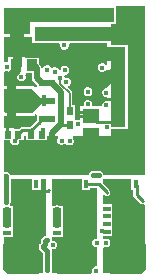
<source format=gtl>
G04*
G04 #@! TF.GenerationSoftware,Altium Limited,Altium Designer,24.4.1 (13)*
G04*
G04 Layer_Physical_Order=1*
G04 Layer_Color=255*
%FSLAX44Y44*%
%MOMM*%
G71*
G04*
G04 #@! TF.SameCoordinates,620EA0B3-285C-493C-A982-72F243028F5E*
G04*
G04*
G04 #@! TF.FilePolarity,Positive*
G04*
G01*
G75*
%ADD11C,0.1270*%
%ADD13C,0.2540*%
%ADD15R,2.3000X2.3000*%
%ADD16R,0.6000X0.7500*%
%ADD17R,0.9000X1.0000*%
%ADD18R,1.3000X1.4000*%
%ADD19R,0.6000X0.6400*%
%ADD20R,1.4000X0.5700*%
%ADD21R,1.0000X1.0000*%
%ADD22R,3.0000X2.5000*%
%ADD23R,0.8000X0.3400*%
%ADD24R,0.6600X0.4200*%
%ADD25R,1.4000X1.3000*%
%ADD26R,0.3400X0.8000*%
%ADD27R,0.4200X0.6600*%
%AMCUSTOMSHAPE41*
4,1,5,1.5000,-1.2500,1.5000,1.2500,-1.5000,1.2500,-1.5000,-0.9000,-1.1500,-1.2500,1.5000,-1.2500,0.0*%
%ADD41CUSTOMSHAPE41*%

%AMCUSTOMSHAPE42*
4,1,5,-1.5000,-1.2500,-1.5000,1.2500,1.5000,1.2500,1.5000,-0.9000,1.1500,-1.2500,-1.5000,-1.2500,0.0*%
%ADD42CUSTOMSHAPE42*%

%ADD43C,0.4500*%
%ADD44C,1.2000*%
%ADD45C,0.8000*%
%ADD46C,0.5000*%
%ADD47C,0.6500*%
%ADD48C,0.4500*%
G36*
X-24000Y-62150D02*
Y-66350D01*
Y-68650D01*
Y-72850D01*
Y-75150D01*
Y-79350D01*
Y-81650D01*
Y-85850D01*
Y-85855D01*
X-24094Y-85894D01*
X-24463Y-85968D01*
X-24776Y-86177D01*
X-25124Y-86321D01*
X-25390Y-86587D01*
X-25704Y-86796D01*
X-27235Y-88328D01*
X-28063Y-89568D01*
X-28355Y-91031D01*
Y-91967D01*
X-29183Y-92796D01*
X-29393Y-93110D01*
X-29659Y-93376D01*
X-29803Y-93724D01*
X-30012Y-94037D01*
X-30086Y-94406D01*
X-30230Y-94754D01*
Y-95131D01*
X-30303Y-95500D01*
X-30230Y-95869D01*
Y-96246D01*
X-30086Y-96594D01*
X-30012Y-96963D01*
X-29803Y-97276D01*
X-29659Y-97624D01*
X-29393Y-97890D01*
X-29183Y-98204D01*
X-26823Y-100564D01*
Y-109000D01*
Y-115000D01*
X-26750Y-115369D01*
Y-115746D01*
X-26606Y-116094D01*
X-26532Y-116463D01*
X-26380Y-116691D01*
X-26447Y-116993D01*
X-26893Y-117771D01*
X-27102Y-117961D01*
X-57077D01*
X-59961Y-115077D01*
Y-87350D01*
X-57808D01*
X-57446Y-87500D01*
X-55954D01*
X-55592Y-87350D01*
X-51900D01*
Y-76186D01*
X-51857Y-75969D01*
Y-65583D01*
X-51900Y-65367D01*
Y-60650D01*
X-53878D01*
X-53908Y-60624D01*
X-54252Y-60058D01*
X-54508Y-59380D01*
X-54427Y-59185D01*
X-54218Y-58872D01*
X-54144Y-58503D01*
X-54000Y-58155D01*
Y-57778D01*
X-53927Y-57409D01*
Y-38000D01*
X-35850D01*
Y-47500D01*
X-28650D01*
Y-38000D01*
X-24000D01*
Y-62150D01*
D02*
G37*
G36*
X48150Y-47500D02*
X49748D01*
Y-51577D01*
X49748Y-51577D01*
X49963Y-52658D01*
X50575Y-53574D01*
X55753Y-58752D01*
X56669Y-59364D01*
X57750Y-59579D01*
X58691Y-59392D01*
X58970Y-59459D01*
X59961Y-60136D01*
Y-61150D01*
X60000D01*
Y-65350D01*
X59961D01*
Y-67650D01*
X60000D01*
Y-71850D01*
X59961D01*
Y-74150D01*
X60000D01*
Y-78350D01*
X59961D01*
Y-80650D01*
X60000D01*
Y-84850D01*
X59961D01*
Y-115077D01*
X57077Y-117961D01*
X24000D01*
Y-96666D01*
X25270Y-95818D01*
X25806Y-96040D01*
X27298D01*
X28677Y-95469D01*
X29731Y-94414D01*
X30302Y-93036D01*
Y-91544D01*
X29731Y-90166D01*
X28677Y-89111D01*
X27298Y-88540D01*
X25806D01*
X25270Y-88762D01*
X24000Y-87914D01*
Y-86350D01*
X32100D01*
Y-79850D01*
Y-73350D01*
Y-66850D01*
Y-59650D01*
X24000D01*
Y-51817D01*
X25270Y-51432D01*
X25492Y-51764D01*
X26408Y-52376D01*
X27489Y-52591D01*
X28570Y-52376D01*
X29486Y-51764D01*
X30098Y-50847D01*
X30313Y-49767D01*
Y-49236D01*
X30313Y-49236D01*
X30098Y-48155D01*
X29486Y-47239D01*
X29486Y-47239D01*
X24000Y-41753D01*
Y-38000D01*
X48150D01*
Y-47500D01*
D02*
G37*
G36*
X6150D02*
X13350D01*
Y-45599D01*
X19000D01*
Y-88540D01*
X18254D01*
X16876Y-89111D01*
X15821Y-90166D01*
X15250Y-91544D01*
Y-93036D01*
X15821Y-94414D01*
X16876Y-95469D01*
X18254Y-96040D01*
X19000D01*
Y-112000D01*
X17774D01*
X16396Y-112571D01*
X15341Y-113626D01*
X14770Y-115004D01*
Y-116496D01*
X14851Y-116691D01*
X14002Y-117961D01*
X-19000D01*
Y-97770D01*
X-17774D01*
X-16396Y-97199D01*
X-15341Y-96144D01*
X-14770Y-94766D01*
Y-93274D01*
X-15341Y-91896D01*
X-16396Y-90841D01*
X-17774Y-90270D01*
X-19000D01*
Y-87350D01*
X-15808D01*
X-15446Y-87500D01*
X-13954D01*
X-13592Y-87350D01*
X-9900D01*
Y-76186D01*
X-9857Y-75969D01*
Y-65583D01*
X-9900Y-65367D01*
Y-60650D01*
X-13592D01*
X-13954Y-60500D01*
X-15446D01*
X-15808Y-60650D01*
X-19000D01*
Y-48832D01*
X-18973Y-48791D01*
X-18757Y-47710D01*
X-18973Y-46629D01*
X-19000Y-46588D01*
Y-38000D01*
X6150D01*
Y-47500D01*
D02*
G37*
G36*
X-47230Y81960D02*
X-35500D01*
Y77000D01*
X-18500D01*
Y77000D01*
X-17500D01*
Y77000D01*
X-12865D01*
X-12160Y75944D01*
X-12250Y75726D01*
Y74234D01*
X-11679Y72856D01*
X-10624Y71801D01*
X-9246Y71230D01*
X-7754D01*
X-6376Y71801D01*
X-5321Y72856D01*
X-4750Y74234D01*
Y75726D01*
X-4840Y75944D01*
X-4135Y77000D01*
X-500D01*
Y77000D01*
X500D01*
Y77000D01*
X17500D01*
Y77000D01*
X18500Y77000D01*
Y77000D01*
X27212D01*
X27960Y76040D01*
Y67770D01*
X37000D01*
Y65230D01*
X27960D01*
Y58472D01*
X26690Y58219D01*
X26679Y58245D01*
X25624Y59300D01*
X24246Y59871D01*
X22754D01*
X21376Y59300D01*
X20321Y58245D01*
X19750Y56867D01*
Y55375D01*
X20321Y53997D01*
X21376Y52942D01*
X22754Y52371D01*
X24246D01*
X25624Y52942D01*
X26679Y53997D01*
X26690Y54022D01*
X27960Y53770D01*
Y49770D01*
X37000D01*
Y47230D01*
X27960D01*
Y39923D01*
X27726Y38750D01*
X26234D01*
X24856Y38179D01*
X23801Y37124D01*
X23230Y35746D01*
Y34254D01*
X23801Y32876D01*
X24856Y31821D01*
X26234Y31250D01*
X27726D01*
X27960Y31094D01*
Y28145D01*
X27726Y27989D01*
X26234D01*
X24856Y27418D01*
X23801Y26363D01*
X23230Y24985D01*
Y24040D01*
X15386D01*
X15230Y24274D01*
Y25766D01*
X14659Y27144D01*
X13604Y28199D01*
X12226Y28770D01*
X10734D01*
X9356Y28199D01*
X8301Y27144D01*
X7730Y25766D01*
Y24274D01*
X7574Y24040D01*
X4460D01*
Y16270D01*
X14000D01*
Y13730D01*
X4460D01*
Y12459D01*
X3771Y11999D01*
X2280D01*
X1770Y11788D01*
X1337Y12077D01*
X500Y13000D01*
Y14000D01*
X500D01*
Y24500D01*
X-1823D01*
Y34500D01*
X-1989Y35333D01*
X-2461Y36039D01*
X-5561Y39140D01*
X-5263Y40638D01*
X-4855Y40807D01*
X-3800Y41862D01*
X-3229Y43240D01*
Y44732D01*
X-3800Y46110D01*
X-4855Y47165D01*
X-6234Y47736D01*
X-7725D01*
X-8479Y48798D01*
X-8554Y48980D01*
X-7787Y50250D01*
X-7254D01*
X-5876Y50821D01*
X-4821Y51876D01*
X-4250Y53254D01*
Y54746D01*
X-4821Y56124D01*
X-5876Y57179D01*
X-7254Y57750D01*
X-8746D01*
X-10124Y57179D01*
X-11179Y56124D01*
X-11750Y54746D01*
Y54126D01*
X-13020Y53873D01*
X-13342Y54650D01*
X-14397Y55705D01*
X-15775Y56276D01*
X-17267D01*
X-18645Y55705D01*
X-19733Y56413D01*
X-19821Y56624D01*
X-20876Y57679D01*
X-22254Y58250D01*
X-23746D01*
X-25124Y57679D01*
X-26179Y56624D01*
X-26464Y55937D01*
X-27784Y56067D01*
X-27982Y57061D01*
X-28866Y58384D01*
X-28866Y58384D01*
X-29750Y59268D01*
Y64500D01*
X-41750D01*
X-42210Y65540D01*
X-47980D01*
Y58000D01*
X-50520D01*
Y65540D01*
X-56290D01*
Y61060D01*
X-56754Y60750D01*
X-58246D01*
X-58691Y60566D01*
X-59961Y61414D01*
Y81960D01*
X-49770D01*
Y96000D01*
X-47230D01*
Y81960D01*
D02*
G37*
G36*
X-58246Y53250D02*
X-56754D01*
X-56290Y52940D01*
Y50460D01*
X-49356D01*
X-48507Y49190D01*
X-48562Y49058D01*
Y47566D01*
X-47991Y46188D01*
X-46936Y45133D01*
X-45558Y44562D01*
X-44066D01*
X-42688Y45133D01*
X-41633Y46188D01*
X-41062Y47566D01*
Y49058D01*
X-41547Y50230D01*
X-41229Y51023D01*
X-40901Y51500D01*
X-35828D01*
Y47100D01*
X-35828Y47100D01*
X-35518Y45539D01*
X-34634Y44216D01*
X-32000Y41582D01*
Y39959D01*
X-33270Y39432D01*
X-33669Y39831D01*
X-34509Y40393D01*
X-35500Y40590D01*
X-59000Y40590D01*
X-59453Y40953D01*
X-59961Y41676D01*
Y52586D01*
X-58691Y53434D01*
X-58246Y53250D01*
D02*
G37*
G36*
X-32000Y16041D02*
Y11693D01*
X-32054Y11420D01*
X-32054Y11420D01*
Y11340D01*
X-37570Y5824D01*
X-44300D01*
X-44300Y5824D01*
X-45381Y5609D01*
X-46297Y4997D01*
X-46297Y4997D01*
X-47094Y4200D01*
X-50860D01*
Y5240D01*
X-55130D01*
Y-500D01*
X-57670D01*
Y5240D01*
X-59961D01*
Y14283D01*
X-59201Y15408D01*
X-59199Y15410D01*
X-59000Y15410D01*
X-35500D01*
X-34509Y15607D01*
X-33669Y16169D01*
X-33270Y16567D01*
X-32000Y16041D01*
D02*
G37*
G36*
X59961Y-35000D02*
X24823D01*
X24532Y-33537D01*
X23704Y-32296D01*
X22463Y-31468D01*
X21000Y-31177D01*
X17300D01*
Y-31200D01*
X15382D01*
X14037Y-31468D01*
X12796Y-32296D01*
X11968Y-33537D01*
X11677Y-35000D01*
X-54105D01*
X-54144Y-34906D01*
X-54218Y-34537D01*
X-54427Y-34224D01*
X-54571Y-33876D01*
X-54837Y-33610D01*
X-55047Y-33296D01*
X-55360Y-33087D01*
X-55626Y-32821D01*
X-55974Y-32677D01*
X-56287Y-32468D01*
X-56656Y-32394D01*
X-57004Y-32250D01*
X-57381D01*
X-57750Y-32177D01*
X-58119Y-32250D01*
X-58496D01*
X-58691Y-32331D01*
X-59168Y-32151D01*
X-59775Y-31696D01*
X-59961Y-31440D01*
Y-5200D01*
X-54259D01*
Y-6631D01*
X-53688Y-8009D01*
X-52633Y-9064D01*
X-51255Y-9635D01*
X-49763D01*
X-48385Y-9064D01*
X-47330Y-8009D01*
X-46759Y-6631D01*
Y-5396D01*
X-46628Y-5200D01*
X-43100D01*
Y-2000D01*
X-40900D01*
Y-5200D01*
X-23100D01*
Y-2000D01*
X-14322Y-2000D01*
X-13796Y-3270D01*
X-14093Y-3566D01*
X-14664Y-4945D01*
Y-6437D01*
X-14093Y-7815D01*
X-13038Y-8870D01*
X-11660Y-9441D01*
X-10168D01*
X-8789Y-8870D01*
X-8404Y-8485D01*
X-7278Y-8153D01*
X-6782Y-8521D01*
X-6124Y-9179D01*
X-4746Y-9750D01*
X-3254D01*
X-1876Y-9179D01*
X-821Y-8124D01*
X-250Y-6746D01*
Y-5254D01*
X-821Y-3876D01*
X-1427Y-3270D01*
X-901Y-2000D01*
X31000D01*
Y4000D01*
X45000D01*
Y21000D01*
X45000D01*
Y22000D01*
X45000D01*
Y39000D01*
X45000D01*
Y40000D01*
X45000D01*
Y57000D01*
X45000D01*
Y58000D01*
X45000D01*
Y75000D01*
X36992D01*
X36500Y75065D01*
X31000D01*
Y93000D01*
X35500D01*
Y107961D01*
X59961D01*
Y-35000D01*
D02*
G37*
%LPC*%
G36*
X12226Y39394D02*
X10734D01*
X9356Y38823D01*
X8301Y37768D01*
X7730Y36390D01*
Y34898D01*
X8301Y33520D01*
X9356Y32465D01*
X10734Y31894D01*
X12226D01*
X13604Y32465D01*
X14659Y33520D01*
X15230Y34898D01*
Y36390D01*
X14659Y37768D01*
X13604Y38823D01*
X12226Y39394D01*
D02*
G37*
%LPD*%
G36*
G01X-16500Y25150D02*
G01X-28350D01*
G01X-35500Y18000D01*
G01X-59000Y18000D01*
G02X-60000Y19000I0J1000D01*
G01Y37000D01*
G02X-59000Y38000I1000J0D01*
G01X-35500Y38000D01*
G01X-28350Y30850D01*
G01X-16500D01*
G01Y25150D01*
D02*
G37*
D11*
X-4000Y19250D02*
Y34500D01*
X-12000Y42500D02*
Y47500D01*
Y42500D02*
X-4000Y34500D01*
X-48500Y89500D02*
Y96000D01*
Y96500D01*
D13*
X3000Y19000D02*
X10000D01*
X14000Y15000D01*
X-44300Y3000D02*
X-36400D01*
X-27300Y3200D02*
X-27000Y3500D01*
X-27300Y-200D02*
Y3200D01*
X-27600Y-500D02*
X-27300Y-200D01*
X19641Y29585D02*
X36085D01*
X37000Y30500D01*
X19000Y10000D02*
X34500D01*
X37000Y12500D01*
X14000Y15000D02*
X19000Y10000D01*
X-11500Y8500D02*
X-10750Y7750D01*
X-4000D01*
X-11500Y18500D02*
X-10750Y17750D01*
X-36400Y3000D02*
X-29230Y10170D01*
Y11420D02*
X-27650Y13000D01*
X-29230Y10170D02*
Y11420D01*
X-27650Y13000D02*
X-23500D01*
X-47600Y-300D02*
X-44300Y3000D01*
X-47600Y-500D02*
Y-300D01*
X-36400Y-500D02*
Y3000D01*
X-49164Y-4010D02*
Y-2064D01*
X-47600Y-500D01*
X-50509Y-5355D02*
X-49164Y-4010D01*
X-50509Y-5885D02*
Y-5355D01*
X13630Y-3144D02*
X14000Y-2774D01*
Y-1000D01*
X-21957Y-48085D02*
X-21582Y-47710D01*
X-31000Y-50000D02*
X-28726D01*
X-26811Y-48085D01*
X-21957D01*
X27489Y-49767D02*
Y-49236D01*
X21028Y-42775D02*
X27489Y-49236D01*
X10580Y-42775D02*
X21028D01*
X10505Y-42700D02*
X10580Y-42775D01*
X9750Y-42700D02*
X10505D01*
X52573Y-51577D02*
X57750Y-56755D01*
X51750Y-42700D02*
X52573Y-43523D01*
Y-51577D02*
Y-43523D01*
D15*
X-48500Y96000D02*
D03*
X48500D02*
D03*
D16*
X-4000Y19250D02*
D03*
Y7750D02*
D03*
D17*
X-49250Y58000D02*
D03*
X-35750D02*
D03*
D18*
X37000Y66500D02*
D03*
X53000D02*
D03*
Y12500D02*
D03*
X37000D02*
D03*
X53000Y30500D02*
D03*
X37000D02*
D03*
X53000Y48500D02*
D03*
X37000D02*
D03*
D19*
X-56400Y-500D02*
D03*
X-47600D02*
D03*
X-36400D02*
D03*
X-27600D02*
D03*
D20*
X-23500Y13000D02*
D03*
Y43000D02*
D03*
D21*
X-45500Y28000D02*
D03*
D22*
X0Y-105500D02*
D03*
D23*
X-29000Y-83750D02*
D03*
Y-77250D02*
D03*
Y-70750D02*
D03*
Y-64250D02*
D03*
X55000Y-82750D02*
D03*
Y-76250D02*
D03*
Y-69750D02*
D03*
Y-63250D02*
D03*
X13000Y-64250D02*
D03*
Y-70750D02*
D03*
Y-77250D02*
D03*
Y-83750D02*
D03*
D24*
X-56700Y-77250D02*
D03*
Y-70750D02*
D03*
Y-83750D02*
D03*
Y-64250D02*
D03*
X27300Y-76250D02*
D03*
Y-69750D02*
D03*
Y-82750D02*
D03*
Y-63250D02*
D03*
X-14700Y-64250D02*
D03*
Y-83750D02*
D03*
Y-70750D02*
D03*
Y-77250D02*
D03*
D25*
X-27000Y85000D02*
D03*
Y101000D02*
D03*
X-9000Y85000D02*
D03*
Y101000D02*
D03*
X9000Y85000D02*
D03*
Y101000D02*
D03*
X27000Y85000D02*
D03*
Y101000D02*
D03*
X14000Y-1000D02*
D03*
Y15000D02*
D03*
D26*
X51750Y-15000D02*
D03*
X45250D02*
D03*
X38750D02*
D03*
X32250D02*
D03*
X9750D02*
D03*
X3250D02*
D03*
X-3250D02*
D03*
X-9750D02*
D03*
X-32250D02*
D03*
X-38750D02*
D03*
X-45250D02*
D03*
X-51750D02*
D03*
D27*
X45250Y-42700D02*
D03*
X38750D02*
D03*
X51750D02*
D03*
X32250D02*
D03*
X3250D02*
D03*
X-3250D02*
D03*
X9750D02*
D03*
X-9750D02*
D03*
X-38750D02*
D03*
X-45250D02*
D03*
X-32250D02*
D03*
X-51750D02*
D03*
D41*
X-45000Y-105500D02*
D03*
D42*
X45000D02*
D03*
D43*
X15500Y-35000D02*
X21000D01*
X-57750Y-57409D02*
Y-36000D01*
X-26480Y-95500D02*
X-24531Y-93551D01*
Y-91031D01*
X-23000Y-89500D01*
Y-109000D02*
Y-98980D01*
X-26480Y-95500D02*
X-23000Y-98980D01*
Y-115000D02*
Y-109000D01*
D44*
X23463Y67500D02*
X36500D01*
X20059Y68520D02*
X22443D01*
X36500Y66000D02*
Y67500D01*
X22443Y68520D02*
X23463Y67500D01*
X-8750Y100750D02*
X10547D01*
X9000Y101000D02*
X9600Y100400D01*
X-9000Y101000D02*
X-8750Y100750D01*
X14100Y101000D02*
X27000D01*
X13500Y100400D02*
X14100Y101000D01*
X9600Y100400D02*
X13500D01*
X10547Y100750D02*
X10797Y101000D01*
X37000Y49000D02*
Y66500D01*
X28500Y48000D02*
X36500D01*
X25000Y44500D02*
X28500Y48000D01*
X37000Y12500D02*
Y30500D01*
Y48500D01*
X36000Y49500D02*
Y53000D01*
Y49500D02*
X37000Y48500D01*
X36500Y48000D02*
X37000Y48500D01*
X-48500Y96000D02*
X-43500Y101000D01*
X-48500Y76000D02*
Y89500D01*
X-27000Y101000D02*
X-9000D01*
X-43500D02*
X-27000D01*
X53000Y30500D02*
Y66500D01*
Y12500D02*
Y30500D01*
X9000Y85000D02*
X27000D01*
X27000Y85000D01*
X-9000Y85000D02*
X9000D01*
X-27000D02*
X-9000D01*
D45*
X-49750Y57500D02*
X-48750Y58500D01*
Y71750D02*
X-47000Y73500D01*
X-48750Y58500D02*
Y71750D01*
X-54000Y15000D02*
Y49759D01*
X-49750Y54009D01*
Y57500D01*
D46*
X-35750Y58000D02*
X-35250Y57500D01*
X-33750D01*
X-31750Y55500D01*
Y47100D02*
Y55500D01*
Y47100D02*
X-27650Y43000D01*
X-23500D01*
X-19350D01*
X-23500D02*
X-19350D01*
X-11500Y18500D02*
Y35150D01*
Y8500D02*
Y18500D01*
X-19000Y-17056D02*
Y1000D01*
X-11500Y8500D01*
X-19350Y43000D02*
X-11500Y35150D01*
D47*
X-14700Y-75969D02*
Y-70750D01*
Y-65583D01*
X-56700Y-75969D02*
Y-70750D01*
Y-65583D01*
D48*
X-8000Y54000D02*
D03*
X-8500Y74980D02*
D03*
X3500Y100750D02*
D03*
X13500Y100400D02*
D03*
X-12000Y47500D02*
D03*
X35000Y65000D02*
D03*
X39500Y61500D02*
D03*
Y69000D02*
D03*
X30500Y97500D02*
D03*
X22500Y97000D02*
D03*
X31000Y105000D02*
D03*
X22000D02*
D03*
X-39500Y24500D02*
D03*
Y31000D02*
D03*
X-25500Y25000D02*
D03*
X27260Y5875D02*
D03*
X-25500Y31500D02*
D03*
X-27000Y3500D02*
D03*
X-23000Y-89500D02*
D03*
Y-102500D02*
D03*
Y-109000D02*
D03*
Y-115000D02*
D03*
X-26480Y-95500D02*
D03*
X36000Y53000D02*
D03*
X9400Y67000D02*
D03*
X-55500Y103500D02*
D03*
Y89500D02*
D03*
X-48500Y96500D02*
D03*
Y89500D02*
D03*
X-48000Y103500D02*
D03*
X-57750Y-42626D02*
D03*
Y-50000D02*
D03*
X-57750Y-36000D02*
D03*
Y-57409D02*
D03*
X-23000Y54500D02*
D03*
X-16521Y52526D02*
D03*
X41500Y104000D02*
D03*
X23500Y56121D02*
D03*
X3025Y8249D02*
D03*
X-4000Y-6000D02*
D03*
X-6979Y43986D02*
D03*
X-18520Y-94020D02*
D03*
X26980Y35000D02*
D03*
X11480Y35644D02*
D03*
Y25020D02*
D03*
X-50509Y-5885D02*
D03*
X-44812Y48312D02*
D03*
X13630Y-3144D02*
D03*
X26552Y-92290D02*
D03*
X18520Y-115750D02*
D03*
X-57500Y57000D02*
D03*
X19000Y-92290D02*
D03*
X26980Y24239D02*
D03*
X48500Y97000D02*
D03*
X41500Y90000D02*
D03*
X55500D02*
D03*
Y104000D02*
D03*
X-56700Y-83750D02*
D03*
X-14700Y-77250D02*
D03*
Y-83750D02*
D03*
X-10914Y-5691D02*
D03*
X-56700Y-77250D02*
D03*
Y-70750D02*
D03*
Y-64250D02*
D03*
X-14700D02*
D03*
Y-70750D02*
D03*
X13500Y-8000D02*
D03*
X23624Y-81850D02*
D03*
M02*

</source>
